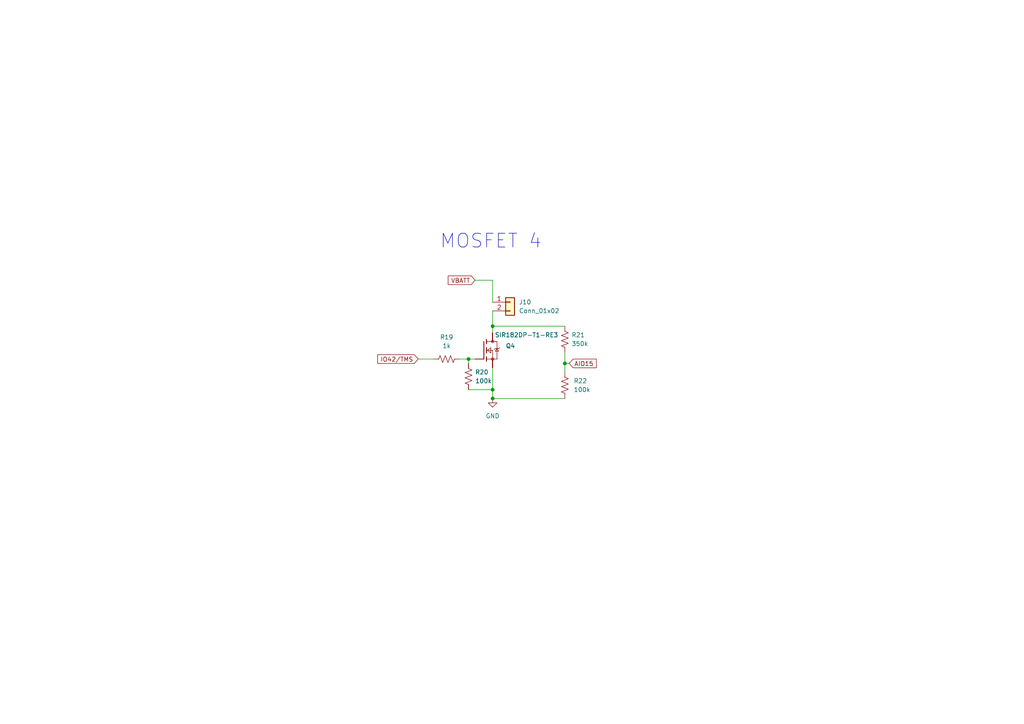
<source format=kicad_sch>
(kicad_sch (version 20211123) (generator eeschema)
  (paper "A4")
  (lib_symbols
    (symbol "Connector_Generic:Conn_01x02" (pin_names (offset 1.016) hide)
      (property "Reference" "J" (at 0 2.54 0))
      (property "Value" "Conn_01x02" (at 0 -5.08 0))
      (symbol "Conn_01x02_1_1"
        (rectangle (start -1.27 -2.413) (end 0 -2.667) (stroke (width 0.1524)))
        (rectangle (start -1.27 0.127) (end 0 -0.127) (stroke (width 0.1524)))
        (rectangle (start -1.27 1.27) (end 1.27 -3.81) (stroke (width 0.254)) (fill (type background)))
        (pin passive line (at -5.08 0 0) (length 3.81) (name "Pin_1") (number "1"))
        (pin passive line (at -5.08 -2.54 0) (length 3.81) (name "Pin_2") (number "2"))
      )
    )
    (symbol "Device:R_US" (pin_numbers hide) (pin_names (offset 0))
      (property "Reference" "R" (at 2.54 0 90))
      (property "Value" "R_US" (at -2.54 0 90))
      (symbol "R_US_0_1"
        (polyline (pts (xy 0 -2.286) (xy 0 -2.54)))
        (polyline (pts (xy 0 2.286) (xy 0 2.54)))
        (polyline (pts (xy 0 -0.762) (xy 1.016 -1.143) (xy 0 -1.524) (xy -1.016 -1.905) (xy 0 -2.286)))
        (polyline (pts (xy 0 0.762) (xy 1.016 0.381) (xy 0 0) (xy -1.016 -0.381) (xy 0 -0.762)))
        (polyline (pts (xy 0 2.286) (xy 1.016 1.905) (xy 0 1.524) (xy -1.016 1.143) (xy 0 0.762)))
      )
      (symbol "R_US_1_1"
        (pin passive line (at 0 3.81 270) (length 1.27) (name "~") (number "1"))
        (pin passive line (at 0 -3.81 90) (length 1.27) (name "~") (number "2"))
      )
    )
    (symbol "SIR182DP-T1-RE3:SIR182DP-T1-RE3" (pin_numbers hide) (pin_names (offset 1.016) hide)
      (property "Reference" "Q" (at -8.89 2.54 0))
      (property "Value" "SIR182DP-T1-RE3" (at 12.7 -3.81 0))
      (symbol "SIR182DP-T1-RE3_0_0"
        (polyline (pts (xy 0 2.54) (xy 0 -2.54)) (stroke (width 0.254)))
        (polyline (pts (xy 0.762 -2.54) (xy 0.762 -3.175)) (stroke (width 0.254)))
        (polyline (pts (xy 0.762 -1.905) (xy 0.762 -2.54)) (stroke (width 0.254)))
        (polyline (pts (xy 0.762 0) (xy 0.762 -0.762)) (stroke (width 0.254)))
        (polyline (pts (xy 0.762 0) (xy 2.54 0)) (stroke (width 0.1524)))
        (polyline (pts (xy 0.762 0.762) (xy 0.762 0)) (stroke (width 0.254)))
        (polyline (pts (xy 0.762 2.54) (xy 0.762 1.905)) (stroke (width 0.254)))
        (polyline (pts (xy 0.762 2.54) (xy 3.81 2.54)) (stroke (width 0.1524)))
        (polyline (pts (xy 0.762 3.175) (xy 0.762 2.54)) (stroke (width 0.254)))
        (polyline (pts (xy 2.54 -2.54) (xy 0.762 -2.54)) (stroke (width 0.1524)))
        (polyline (pts (xy 2.54 -2.54) (xy 3.81 -2.54)) (stroke (width 0.1524)))
        (polyline (pts (xy 2.54 0) (xy 2.54 -2.54)) (stroke (width 0.1524)))
        (polyline (pts (xy 3.302 0.508) (xy 3.048 0.254)) (stroke (width 0.1524)))
        (polyline (pts (xy 3.81 0.508) (xy 3.302 0.508)) (stroke (width 0.1524)))
        (polyline (pts (xy 3.81 0.508) (xy 3.81 -2.54)) (stroke (width 0.1524)))
        (polyline (pts (xy 3.81 2.54) (xy 3.81 0.508)) (stroke (width 0.1524)))
        (polyline (pts (xy 4.318 0.508) (xy 3.81 0.508)) (stroke (width 0.1524)))
        (polyline (pts (xy 4.572 0.762) (xy 4.318 0.508)) (stroke (width 0.1524)))
        (polyline (pts (xy 1.016 0) (xy 2.032 0.762) (xy 2.032 -0.762) (xy 1.016 0)) (stroke (width 0.1524)) (fill (type background)))
        (polyline (pts (xy 3.81 0.508) (xy 3.302 -0.254) (xy 4.318 -0.254) (xy 3.81 0.508)) (stroke (width 0.1524)) (fill (type background)))
        (circle (center 2.54 -2.54) (radius 0.3556))
        (circle (center 2.54 2.54) (radius 0.3556))
        (pin passive line (at 2.54 -5.08 90) (length 2.54) (name "~") (number "1"))
        (pin passive line (at 2.54 -5.08 90) (length 2.54) (name "~") (number "2"))
        (pin passive line (at 2.54 -5.08 90) (length 2.54) (name "~") (number "3"))
        (pin passive line (at -2.54 -2.54 0) (length 2.54) (name "~") (number "4"))
        (pin passive line (at 2.54 5.08 270) (length 2.54) (name "~") (number "5"))
        (pin passive line (at 2.54 5.08 270) (length 2.54) (name "~") (number "6"))
        (pin passive line (at 2.54 5.08 270) (length 2.54) (name "~") (number "7"))
        (pin passive line (at 2.54 5.08 270) (length 2.54) (name "~") (number "8"))
        (pin passive line (at 2.54 5.08 270) (length 2.54) (name "~") (number "9"))
      )
    )
    (symbol "power:GND" (power) (pin_names (offset 0))
      (property "Value" "GND" (at 0 -3.81 0))
      (symbol "GND_0_1"
        (polyline (pts (xy 0 0) (xy 0 -1.27) (xy 1.27 -1.27) (xy 0 -2.54) (xy -1.27 -1.27) (xy 0 -1.27)))
      )
      (symbol "GND_1_1"
        (pin power_in line (at 0 0 270) (length 0) hide (name "GND") (number "1"))
      )
    )
  )
  (junction (at 142.875 94.615))
  (junction (at 135.89 104.14))
  (junction (at 142.875 113.03))
  (junction (at 142.875 115.57))
  (junction (at 163.83 105.41))
  (wire (pts (xy 163.83 105.41) (xy 163.83 107.95)))
  (wire (pts (xy 142.875 94.615) (xy 163.83 94.615)))
  (wire (pts (xy 163.83 102.235) (xy 163.83 105.41)))
  (wire (pts (xy 135.89 104.14) (xy 137.795 104.14)))
  (wire (pts (xy 142.875 90.17) (xy 142.875 94.615)))
  (wire (pts (xy 142.875 94.615) (xy 142.875 96.52)))
  (wire (pts (xy 142.875 113.03) (xy 142.875 115.57)))
  (wire (pts (xy 135.89 104.14) (xy 135.89 105.41)))
  (wire (pts (xy 163.83 105.41) (xy 165.1 105.41)))
  (wire (pts (xy 163.83 115.57) (xy 142.875 115.57)))
  (wire (pts (xy 137.795 81.28) (xy 142.875 81.28)))
  (wire (pts (xy 133.35 104.14) (xy 135.89 104.14)))
  (wire (pts (xy 121.285 104.14) (xy 125.73 104.14)))
  (wire (pts (xy 142.875 81.28) (xy 142.875 87.63)))
  (wire (pts (xy 135.89 113.03) (xy 142.875 113.03)))
  (wire (pts (xy 142.875 106.68) (xy 142.875 113.03)))
  (text " MOSFET 4" (at 124.46 72.39 0) (effects (font (size 4 4)) (justify left bottom)))
  (global_label "AIO15" (shape input) (at 165.1 105.41 0) (property "Intersheet References" "${INTERSHEET_REFS}" (effects hide)))
  (global_label "IO42{slash}TMS" (shape input) (at 121.285 104.14 180) (property "Intersheet References" "${INTERSHEET_REFS}" (effects hide)))
  (global_label "VBATT" (shape input) (at 137.795 81.28 180) (property "Intersheet References" "${INTERSHEET_REFS}" (effects hide)))
  (symbol (lib_id "Device:R_US") (at 135.89 109.22 180) (unit 1)
    (property "Reference" "R20" (at 137.795 107.9499 0) (effects (justify right)))
    (property "Value" "100k" (at 137.795 110.4899 0) (effects (justify right)))
    (property "Footprint" "Resistor_SMD:R_0603_1608Metric" (effects hide))
  )
  (symbol (lib_id "Connector_Generic:Conn_01x02") (at 147.955 87.63 0) (unit 1)
    (property "Reference" "J10" (at 150.495 87.6299 0) (effects (justify left)))
    (property "Value" "Conn_01x02" (at 150.495 90.1699 0) (effects (justify left)))
    (property "Footprint" "Global Footprints:OSTT7020150" (effects hide))
  )
  (symbol (lib_id "Device:R_US") (at 163.83 111.76 0) (unit 1)
    (property "Reference" "R22" (at 166.37 110.4899 0) (effects (justify left)))
    (property "Value" "100k" (at 166.37 113.0299 0) (effects (justify left)))
    (property "Footprint" "Resistor_SMD:R_0603_1608Metric" (effects hide))
  )
  (symbol (lib_id "Device:R_US") (at 163.83 98.425 180) (unit 1)
    (property "Reference" "R21" (at 165.735 97.1549 0) (effects (justify right)))
    (property "Value" "350k" (at 165.735 99.6949 0) (effects (justify right)))
    (property "Footprint" "Resistor_SMD:R_0603_1608Metric" (effects hide))
  )
  (symbol (lib_id "power:GND") (at 142.875 115.57 0) (unit 1)
    (property "Reference" "#PWR016" (effects hide))
    (property "Value" "GND" (at 142.875 120.65 0))
  )
  (symbol (lib_id "Device:R_US") (at 129.54 104.14 270) (unit 1)
    (property "Reference" "R19" (at 129.54 97.79 90))
    (property "Value" "1k" (at 129.54 100.33 90))
    (property "Footprint" "Resistor_SMD:R_0603_1608Metric" (effects hide))
  )
  (symbol (lib_id "SIR182DP-T1-RE3:SIR182DP-T1-RE3") (at 140.335 101.6 0) (unit 1)
    (property "Reference" "Q4" (at 146.685 100.3299 0) (effects (justify left)))
    (property "Value" "SIR182DP-T1-RE3" (at 143.51 97.155 0) (effects (justify left)))
    (property "Footprint" "Global Footprints:TRANS_SIR182DP-T1-RE3" (effects hide))
    (property "PARTREV" "B" (effects hide))
    (property "MF" "Vishay" (effects hide))
    (property "STANDARD" "Manufacturer Recommendations" (effects hide))
  )
)
</source>
